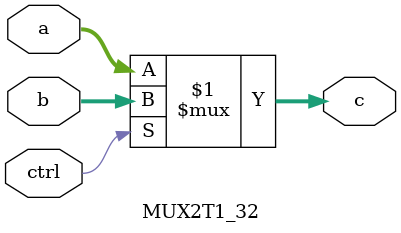
<source format=v>
`timescale 1ns / 1ps


module MUX2T1_32(
    input [31:0] a,
    input [31:0] b,
    input ctrl,
    output [31:0] c
    );
 
assign c=ctrl?b:a; 
endmodule

</source>
